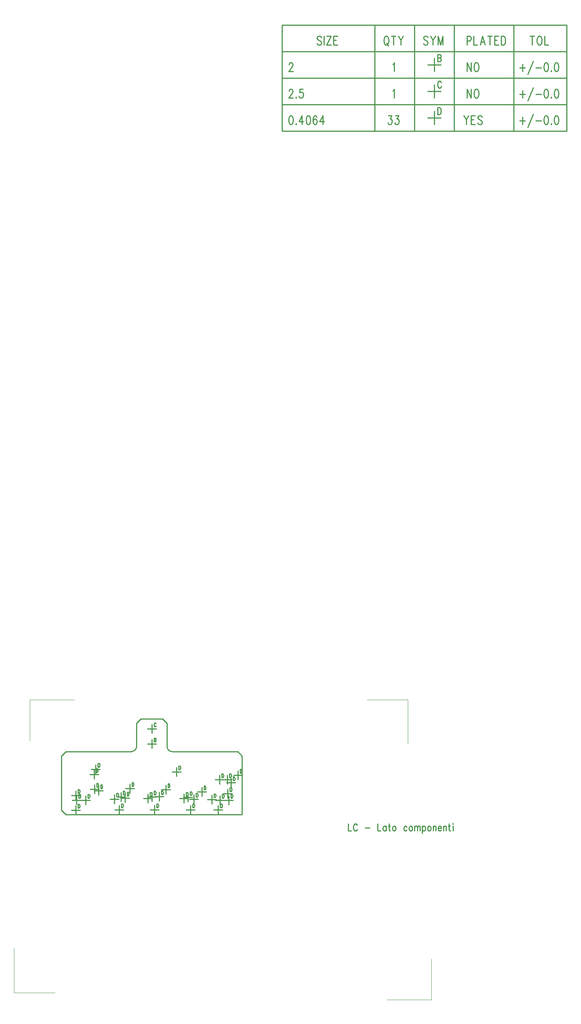
<source format=gbr>
*
*
G04 PADS VX.0 Build Number: 635560 generated Gerber (RS-274-X) file*
G04 PC Version=2.1*
*
%IN "FTC_001.pcb"*%
*
%MOIN*%
*
%FSLAX35Y35*%
*
*
*
*
G04 PC Standard Apertures*
*
*
G04 Thermal Relief Aperture macro.*
%AMTER*
1,1,$1,0,0*
1,0,$1-$2,0,0*
21,0,$3,$4,0,0,45*
21,0,$3,$4,0,0,135*
%
*
*
G04 Annular Aperture macro.*
%AMANN*
1,1,$1,0,0*
1,0,$2,0,0*
%
*
*
G04 Odd Aperture macro.*
%AMODD*
1,1,$1,0,0*
1,0,$1-0.005,0,0*
%
*
*
G04 PC Custom Aperture Macros*
*
*
*
*
*
*
G04 PC Aperture Table*
*
%ADD010C,0.01*%
%ADD040C,0.001*%
*
*
*
*
G04 PC Circuitry*
G04 Layer Name FTC_001.pcb - circuitry*
%LPD*%
*
*
G04 PC Custom Flashes*
G04 Layer Name FTC_001.pcb - flashes*
%LPD*%
*
*
G04 PC Circuitry*
G04 Layer Name FTC_001.pcb - circuitry*
%LPD*%
*
G54D10*
G01X571654Y356956D02*
Y350394D01*
X574381*
X579835Y355394D02*
X579608Y356019D01*
X579154Y356644*
X578699Y356956*
X577790*
X577335Y356644*
X576881Y356019*
X576654Y355394*
X576426Y354456*
Y352894*
X576654Y351956*
X576881Y351331*
X577335Y350706*
X577790Y350394*
X578699*
X579154Y350706*
X579608Y351331*
X579835Y351956*
X587108Y353206D02*
X591199D01*
X598472Y356956D02*
Y350394D01*
X601199*
X605972Y354769D02*
Y350394D01*
Y353831D02*
X605517Y354456D01*
X605063Y354769*
X604381*
X603926Y354456*
X603472Y353831*
X603244Y352894*
Y352269*
X603472Y351331*
X603926Y350706*
X604381Y350394*
X605063*
X605517Y350706*
X605972Y351331*
X608699Y356956D02*
Y351644D01*
X608926Y350706*
X609381Y350394*
X609835*
X608017Y354769D02*
X609608D01*
X613017D02*
X612563Y354456D01*
X612108Y353831*
X611881Y352894*
Y352269*
X612108Y351331*
X612563Y350706*
X613017Y350394*
X613699*
X614154Y350706*
X614608Y351331*
X614835Y352269*
Y352894*
X614608Y353831*
X614154Y354456*
X613699Y354769*
X613017*
X624835Y353831D02*
X624381Y354456D01*
X623926Y354769*
X623244*
X622790Y354456*
X622335Y353831*
X622108Y352894*
Y352269*
X622335Y351331*
X622790Y350706*
X623244Y350394*
X623926*
X624381Y350706*
X624835Y351331*
X628017Y354769D02*
X627563Y354456D01*
X627108Y353831*
X626881Y352894*
Y352269*
X627108Y351331*
X627563Y350706*
X628017Y350394*
X628699*
X629154Y350706*
X629608Y351331*
X629835Y352269*
Y352894*
X629608Y353831*
X629154Y354456*
X628699Y354769*
X628017*
X631881D02*
Y350394D01*
Y353519D02*
X632563Y354456D01*
X633017Y354769*
X633699*
X634154Y354456*
X634381Y353519*
Y350394*
Y353519D02*
X635063Y354456D01*
X635517Y354769*
X636199*
X636654Y354456*
X636881Y353519*
Y350394*
X638926Y354769D02*
Y348206D01*
Y353831D02*
X639381Y354456D01*
X639835Y354769*
X640517*
X640972Y354456*
X641426Y353831*
X641654Y352894*
Y352269*
X641426Y351331*
X640972Y350706*
X640517Y350394*
X639835*
X639381Y350706*
X638926Y351331*
X644835Y354769D02*
X644381Y354456D01*
X643926Y353831*
X643699Y352894*
Y352269*
X643926Y351331*
X644381Y350706*
X644835Y350394*
X645517*
X645972Y350706*
X646426Y351331*
X646654Y352269*
Y352894*
X646426Y353831*
X645972Y354456*
X645517Y354769*
X644835*
X648699D02*
Y350394D01*
Y353519D02*
X649381Y354456D01*
X649835Y354769*
X650517*
X650972Y354456*
X651199Y353519*
Y350394*
X653244Y352894D02*
X655972D01*
Y353519*
X655744Y354144*
X655517Y354456*
X655063Y354769*
X654381*
X653926Y354456*
X653472Y353831*
X653244Y352894*
Y352269*
X653472Y351331*
X653926Y350706*
X654381Y350394*
X655063*
X655517Y350706*
X655972Y351331*
X658017Y354769D02*
Y350394D01*
Y353519D02*
X658699Y354456D01*
X659154Y354769*
X659835*
X660290Y354456*
X660517Y353519*
Y350394*
X663244Y356956D02*
Y351644D01*
X663472Y350706*
X663926Y350394*
X664381*
X662563Y354769D02*
X664154D01*
X666426Y356956D02*
X666654Y356644D01*
X666881Y356956*
X666654Y357269*
X666426Y356956*
X666654Y354769D02*
Y350394D01*
X389701Y429134D02*
X397701D01*
X393701Y425134D02*
Y433134D01*
X395701Y434415D02*
Y431134D01*
Y434415D02*
X396724D01*
X397064Y434259*
X397178Y434103*
X397292Y433790*
Y433478*
X397178Y433165*
X397064Y433009*
X396724Y432853*
X395701D02*
X396724D01*
X397064Y432696*
X397178Y432540*
X397292Y432228*
Y431759*
X397178Y431446*
X397064Y431290*
X396724Y431134*
X395701*
X389701Y442913D02*
X397701D01*
X393701Y438913D02*
Y446913D01*
X397405Y447413D02*
X397292Y447726D01*
X397064Y448038*
X396837Y448195*
X396383*
X396155Y448038*
X395928Y447726*
X395814Y447413*
X395701Y446945*
Y446163*
X395814Y445695*
X395928Y445382*
X396155Y445070*
X396383Y444913*
X396837*
X397064Y445070*
X397292Y445382*
X397405Y445695*
X320803Y369291D02*
X328803D01*
X324803Y365291D02*
Y373291D01*
X326803Y374573D02*
Y371291D01*
Y374573D02*
X327599D01*
X327940Y374416*
X328167Y374104*
X328280Y373791*
X328394Y373323*
Y372541*
X328280Y372073*
X328167Y371760*
X327940Y371448*
X327599Y371291*
X326803*
X360173Y369685D02*
X368173D01*
X364173Y365685D02*
Y373685D01*
X366173Y374966D02*
Y371685D01*
Y374966D02*
X366969D01*
X367310Y374810*
X367537Y374498*
X367651Y374185*
X367651D02*
X367764Y373716D01*
Y372935*
X367651Y372466*
X367651D02*
X367537Y372154D01*
X367310Y371841*
X366969Y371685*
X366173*
X392063Y369685D02*
X400063D01*
X396063Y365685D02*
Y373685D01*
X398063Y374966D02*
Y371685D01*
Y374966D02*
X398858D01*
X399199Y374810*
X399427Y374498*
X399540Y374185*
X399654Y373716*
Y372935*
X399540Y372466*
X399427Y372154*
X399199Y371841*
X398858Y371685*
X398063*
X424740Y369685D02*
X432740D01*
X428740Y365685D02*
Y373685D01*
X430740Y374966D02*
Y371685D01*
Y374966D02*
X431536D01*
X431877Y374810*
X432104Y374498*
X432217Y374185*
X432331Y373716*
Y372935*
X432217Y372466*
X432104Y372154*
X431877Y371841*
X431536Y371685*
X430740*
X449937Y369685D02*
X457937D01*
X453937Y365685D02*
Y373685D01*
X455937Y374966D02*
Y371685D01*
Y374966D02*
X456732D01*
X457073Y374810*
X457301Y374498*
X457414Y374185*
X457528Y373716*
Y372935*
X457414Y372466*
X457301Y372154*
X457073Y371841*
X456732Y371685*
X455937*
X329858Y378346D02*
X337858D01*
X333858Y374346D02*
Y382346D01*
X335858Y383628D02*
Y380346D01*
Y383628D02*
X336654D01*
X336995Y383471*
X337222Y383159*
X337336Y382846*
X337449Y382378*
Y381596*
X337336Y381128*
X337222Y380815*
X336995Y380503*
X336654Y380346*
X335858*
X320803Y382677D02*
X328803D01*
X324803Y378677D02*
Y386677D01*
X326803Y387958D02*
Y384677D01*
Y387958D02*
X327599D01*
X327940Y387802*
X328167Y387490*
X328280Y387177*
X328394Y386708*
Y385927*
X328280Y385458*
X328167Y385146*
X327940Y384833*
X327599Y384677*
X326803*
X321591Y378346D02*
X329591D01*
X325591Y374346D02*
Y382346D01*
X327591Y383628D02*
Y380346D01*
Y383628D02*
X328386D01*
X328727Y383471*
X328954Y383159*
X329068Y382846*
X329181Y382378*
Y381596*
X329068Y381128*
X328954Y380815*
X328727Y380503*
X328386Y380346*
X327591*
X341276Y387008D02*
X349276D01*
X345276Y383008D02*
Y391008D01*
X347276Y392289D02*
Y389008D01*
Y392289D02*
X348071D01*
X348412Y392133*
X348639Y391820*
X348753Y391508*
X348866Y391039*
X348866D02*
Y390258D01*
X348866D02*
X348753Y389789D01*
X348639Y389477*
X348412Y389164*
X348071Y389008*
X347276*
X337732Y388189D02*
X345732D01*
X341732Y384189D02*
Y392189D01*
X343732Y393470D02*
Y390189D01*
Y393470D02*
X344528D01*
X344869Y393314*
X345096Y393001*
X345210Y392689*
X345323Y392220*
Y391439*
X345210Y390970*
X345096Y390658*
X344869Y390345*
X344528Y390189*
X343732*
X365291Y380315D02*
X373291D01*
X369291Y376315D02*
Y384315D01*
X371291Y385596D02*
Y382315D01*
Y385596D02*
X372087D01*
X372428Y385440*
X372655Y385127*
X372769Y384815*
X372882Y384346*
Y383565*
X372769Y383096*
X372655Y382784*
X372428Y382471*
X372087Y382315*
X371291*
X355843Y379134D02*
X363843D01*
X359843Y375134D02*
Y383134D01*
X361843Y384415D02*
Y381134D01*
Y384415D02*
X362638D01*
X362979Y384259*
X363206Y383946*
X363320Y383634*
X363433Y383165*
Y382384*
X363320Y381915*
X363206Y381603*
X362979Y381290*
X362638Y381134*
X361843*
X361748Y381102D02*
X369748D01*
X365748Y377102D02*
Y385102D01*
X367748Y386384D02*
Y383102D01*
Y386384D02*
X368543D01*
X368884Y386227*
X369112Y385915*
X369225Y385602*
X369339Y385134*
Y384352*
X369225Y383884*
X369112Y383571*
X368884Y383259*
X368543Y383102*
X367748*
X369622Y388976D02*
X377622D01*
X373622Y384976D02*
Y392976D01*
X375622Y394258D02*
Y390976D01*
Y394258D02*
X376418D01*
X376418D02*
X376758Y394101D01*
X376986Y393789*
X377099Y393476*
X377213Y393008*
Y392226*
X377099Y391758*
X376986Y391445*
X376758Y391133*
X376418Y390976*
X376418D02*
X375622D01*
X389701Y381102D02*
X397701D01*
X393701Y377102D02*
Y385102D01*
X395701Y386384D02*
Y383102D01*
Y386384D02*
X396496D01*
X396837Y386227*
X397064Y385915*
X397178Y385602*
X397292Y385134*
Y384352*
X397178Y383884*
X397064Y383571*
X396837Y383259*
X396496Y383102*
X395701*
X386157Y379921D02*
X394157D01*
X390157Y375921D02*
Y383921D01*
X392157Y385203D02*
Y381921D01*
Y385203D02*
X392953D01*
X393294Y385046*
X393521Y384734*
X393635Y384421*
X393748Y383953*
Y383171*
X393635Y382703*
X393521Y382390*
X393294Y382078*
X392953Y381921*
X392157*
X396394Y381496D02*
X404394D01*
X400394Y377496D02*
Y385496D01*
X402394Y386777D02*
Y383496D01*
Y386777D02*
X403189D01*
X403530Y386621*
X403757Y386309*
X403871Y385996*
X403985Y385527*
Y384746*
X403871Y384277*
X403757Y383965*
X403530Y383652*
X403189Y383496*
X402394*
X402299Y387795D02*
X410299D01*
X406299Y383795D02*
Y391795D01*
X408299Y393077D02*
Y389795D01*
Y393077D02*
X409095D01*
X409436Y392920*
X409663Y392608*
X409776Y392295*
X409890Y391827*
Y391045*
X409776Y390577*
X409663Y390264*
X409436Y389952*
X409095Y389795*
X408299*
X422378Y380709D02*
X430378D01*
X426378Y376709D02*
Y384709D01*
X428378Y385990D02*
Y382709D01*
Y385990D02*
X429173D01*
X429514Y385834*
X429742Y385521*
X429855Y385209*
X429969Y384740*
Y383959*
X429855Y383490*
X429742Y383177*
X429514Y382865*
X429173Y382709*
X428378*
X418835Y379921D02*
X426835D01*
X422835Y375921D02*
Y383921D01*
X424835Y385203D02*
Y381921D01*
Y385203D02*
X425630D01*
X425971Y385046*
X426198Y384734*
X426312Y384421*
X426426Y383953*
Y383171*
X426312Y382703*
X426198Y382390*
X425971Y382078*
X425630Y381921*
X424835*
X427890Y379134D02*
X435890D01*
X431890Y375134D02*
Y383134D01*
X433890Y384415D02*
Y381134D01*
Y384415D02*
X434685D01*
X435026Y384259*
X435253Y383946*
X435367Y383634*
X435481Y383165*
Y382384*
X435367Y381915*
X435253Y381603*
X435026Y381290*
X434685Y381134*
X433890*
X444031Y378740D02*
X452031D01*
X448031Y374740D02*
Y382740D01*
X450031Y384021D02*
Y380740D01*
Y384021D02*
X450827D01*
X451168Y383865*
X451395Y383553*
X451509Y383240*
X451622Y382771*
Y381990*
X451509Y381521*
X451395Y381209*
X451168Y380896*
X450827Y380740*
X450031*
X451512Y378346D02*
X459512D01*
X455512Y374346D02*
Y382346D01*
X457512Y383628D02*
Y380346D01*
Y383628D02*
X458307D01*
X458648Y383471*
X458875Y383159*
X458989Y382846*
X459103Y382378*
Y381596*
X458989Y381128*
X458875Y380815*
X458648Y380503*
X458307Y380346*
X457512*
X451118Y396850D02*
X459118D01*
X455118Y392850D02*
Y400850D01*
X457118Y402132D02*
Y398850D01*
Y402132D02*
X457914D01*
X458254Y401975*
X458482Y401663*
X458595Y401350*
X458709Y400882*
Y400100*
X458595Y399632*
X458482Y399319*
X458254Y399007*
X457914Y398850*
X457118*
X434976Y385827D02*
X442976D01*
X438976Y381827D02*
Y389827D01*
X440976Y391108D02*
Y387827D01*
Y391108D02*
X441772D01*
X442113Y390952*
X442340Y390639*
X442454Y390327*
X442567Y389858*
Y389077*
X442454Y388608*
X442340Y388296*
X442113Y387983*
X441772Y387827*
X440976*
X458598Y384252D02*
X466598D01*
X462598Y380252D02*
Y388252D01*
X464598Y389533D02*
Y386252D01*
Y389533D02*
X465394D01*
X465735Y389377*
X465962Y389064*
X466076Y388752*
X466189Y388283*
Y387502*
X466076Y387033*
X465962Y386721*
X465735Y386408*
X465394Y386252*
X464598*
X459386Y378346D02*
X467386D01*
X463386Y374346D02*
Y382346D01*
X465386Y383628D02*
Y380346D01*
Y383628D02*
X466181D01*
X466522Y383471*
X466749Y383159*
X466863Y382846*
X466977Y382378*
Y381596*
X466863Y381128*
X466749Y380815*
X466522Y380503*
X466181Y380346*
X465386*
X458205Y396850D02*
X466205D01*
X462205Y392850D02*
Y400850D01*
X464205Y402132D02*
Y398850D01*
Y402132D02*
X465000D01*
X465341Y401975*
X465568Y401663*
X465682Y401350*
X465796Y400882*
Y400100*
X465682Y399632*
X465568Y399319*
X465341Y399007*
X465000Y398850*
X464205*
X461354Y394094D02*
X469354D01*
X465354Y390094D02*
Y398094D01*
X467354Y399376D02*
Y396094D01*
Y399376D02*
X468150D01*
X468491Y399219*
X468718Y398907*
X468832Y398594*
X468945Y398126*
Y397344*
X468832Y396876*
X468718Y396563*
X468491Y396251*
X468150Y396094*
X467354*
X338913Y406299D02*
X346913D01*
X342913Y402299D02*
Y410299D01*
X344913Y411580D02*
Y408299D01*
Y411580D02*
X345709D01*
X346050Y411424*
X346277Y411112*
X346391Y410799*
X346504Y410330*
Y409549*
X346391Y409080*
X346277Y408768*
X346050Y408455*
X345709Y408299*
X344913*
X337339Y401575D02*
X345339D01*
X341339Y397575D02*
Y405575D01*
X343339Y406856D02*
Y403575D01*
Y406856D02*
X344134D01*
X344475Y406700*
X344702Y406387*
X344816Y406075*
X344929Y405606*
Y404825*
X344816Y404356*
X344702Y404044*
X344475Y403731*
X344134Y403575*
X343339*
X412142Y403937D02*
X420142D01*
X416142Y399937D02*
Y407937D01*
X418142Y409218D02*
Y405937D01*
Y409218D02*
X418937D01*
X419278Y409062*
X419505Y408750*
X419619Y408437*
X419733Y407968*
Y407187*
X419619Y406718*
X419505Y406406*
X419278Y406093*
X418937Y405937*
X418142*
X467654Y400787D02*
X475654D01*
X471654Y396787D02*
Y404787D01*
X473654Y406069D02*
Y402787D01*
Y406069D02*
X474449D01*
X474790Y405912*
X475017Y405600*
X475131Y405287*
X475244Y404819*
Y404037*
X475131Y403569*
X475017Y403256*
X474790Y402944*
X474449Y402787*
X473654*
X315748Y365157D02*
X475591D01*
Y418307*
X471654Y422244*
X412205*
X407480Y426969D02*
G75*
G03X412205Y422244I4725J-0D01*
G01X407480Y426969D02*
Y447835D01*
X403543Y451772*
X383858*
X379921Y447835*
Y426969*
X375197Y422244D02*
G03X379921Y426969I-0J4725D01*
G01X375197Y422244D02*
X315748D01*
X311811Y418307*
Y369094*
X315748Y365157*
X511811Y1080252D02*
X769811D01*
X511811Y1056252D02*
X769811D01*
X511811Y1032252D02*
X769811D01*
X511811Y1008252D02*
X769811D01*
X511811Y984252D02*
X769811D01*
X511811Y1080252D02*
Y984252D01*
X595811Y1080252D02*
Y984252D01*
X631811Y1080252D02*
Y984252D01*
X667811Y1080252D02*
Y984252D01*
X721811Y1080252D02*
Y984252D01*
X769811Y1080252D02*
Y984252D01*
X547311Y1069002D02*
X546766Y1069752D01*
X545947Y1070127*
X544856*
X544038Y1069752*
X543493Y1069002*
Y1068252*
X543766Y1067502*
X544038Y1067127*
X544584Y1066752*
X546220Y1066002*
X546766Y1065627*
X547038Y1065252*
X547311Y1064502*
Y1063377*
X546766Y1062627*
X545947Y1062252*
X544856*
X544038Y1062627*
X543493Y1063377*
X549766Y1070127D02*
Y1062252D01*
X556038Y1070127D02*
X552220Y1062252D01*
Y1070127D02*
X556038D01*
X552220Y1062252D02*
X556038D01*
X558493Y1070127D02*
Y1062252D01*
Y1070127D02*
X562038D01*
X558493Y1066377D02*
X560675D01*
X558493Y1062252D02*
X562038D01*
X605675Y1070127D02*
X605129Y1069752D01*
X604584Y1069002*
X604311Y1068252*
X604038Y1067127*
Y1065252*
X604311Y1064127*
X604584Y1063377*
X605129Y1062627*
X605675Y1062252*
X606766*
X607311Y1062627*
X607856Y1063377*
X608129Y1064127*
X608402Y1065252*
Y1067127*
X608129Y1068252*
X607856Y1069002*
X607311Y1069752*
X606766Y1070127*
X605675*
X606493Y1063752D02*
X608129Y1061502D01*
X612766Y1070127D02*
Y1062252D01*
X610856Y1070127D02*
X614675D01*
X617129D02*
X619311Y1066377D01*
Y1062252*
X621493Y1070127D02*
X619311Y1066377D01*
X643856Y1069002D02*
X643311Y1069752D01*
X642493Y1070127*
X641402*
X640584Y1069752*
X640038Y1069002*
Y1068252*
X640311Y1067502*
X640584Y1067127*
X641129Y1066752*
X642766Y1066002*
X643311Y1065627*
X643584Y1065252*
X643856Y1064502*
Y1063377*
X643311Y1062627*
X642493Y1062252*
X641402*
X640584Y1062627*
X640038Y1063377*
X646311Y1070127D02*
X648493Y1066377D01*
Y1062252*
X650675Y1070127D02*
X648493Y1066377D01*
X653129Y1070127D02*
Y1062252D01*
Y1070127D02*
X655311Y1062252D01*
X657493Y1070127D02*
X655311Y1062252D01*
X657493Y1070127D02*
Y1062252D01*
X679311Y1070127D02*
Y1062252D01*
Y1070127D02*
X681766D01*
X682584Y1069752*
X682856Y1069377*
X683129Y1068627*
Y1067502*
X682856Y1066752*
X682584Y1066377*
X681766Y1066002*
X679311*
X685584Y1070127D02*
Y1062252D01*
X688856*
X693493Y1070127D02*
X691311Y1062252D01*
X693493Y1070127D02*
X695675Y1062252D01*
X692129Y1064877D02*
X694856D01*
X700038Y1070127D02*
Y1062252D01*
X698129Y1070127D02*
X701947D01*
X704402D02*
Y1062252D01*
Y1070127D02*
X707947D01*
X704402Y1066377D02*
X706584D01*
X704402Y1062252D02*
X707947D01*
X710402Y1070127D02*
Y1062252D01*
Y1070127D02*
X712311D01*
X713129Y1069752*
X713675Y1069002*
X713947Y1068252*
X714220Y1067127*
Y1065252*
X713947Y1064127*
X713675Y1063377*
X713129Y1062627*
X712311Y1062252*
X710402*
X738493Y1070127D02*
Y1062252D01*
X736584Y1070127D02*
X740402D01*
X744493D02*
X743947Y1069752D01*
X743402Y1069002*
X743129Y1068252*
X742856Y1067127*
Y1065252*
X743129Y1064127*
X743402Y1063377*
X743947Y1062627*
X744493Y1062252*
X745584*
X746129Y1062627*
X746675Y1063377*
X746947Y1064127*
X747220Y1065252*
Y1067127*
X746947Y1068252*
X746675Y1069002*
X746129Y1069752*
X745584Y1070127*
X744493*
X749675D02*
Y1062252D01*
X752947*
X518084Y1044252D02*
Y1044627D01*
X518356Y1045377*
X518629Y1045752*
X519175Y1046127*
X520266*
X520811Y1045752*
X521084Y1045377*
X521356Y1044627*
Y1043877*
X521084Y1043127*
X520538Y1042002*
X517811Y1038252*
X521629*
X612084Y1044627D02*
X612629Y1045002D01*
X613447Y1046127*
Y1038252*
X643811Y1044252D02*
X655811D01*
X649811Y1038252D02*
Y1050252D01*
X652811Y1053552D02*
Y1047252D01*
Y1053552D02*
X654775D01*
X655429Y1053252*
X655647Y1052952*
X655866Y1052352*
Y1051752*
X655647Y1051152*
X655429Y1050852*
X654775Y1050552*
X652811D02*
X654775D01*
X655429Y1050252*
X655647Y1049952*
X655866Y1049352*
Y1048452*
X655647Y1047852*
X655429Y1047552*
X654775Y1047252*
X652811*
X679447Y1046127D02*
Y1038252D01*
Y1046127D02*
X683266Y1038252D01*
Y1046127D02*
Y1038252D01*
X687356Y1046127D02*
X686811Y1045752D01*
X686266Y1045002*
X685993Y1044252*
X685720Y1043127*
Y1041252*
X685993Y1040127*
X686266Y1039377*
X686811Y1038627*
X687356Y1038252*
X688447*
X688993Y1038627*
X689538Y1039377*
X689811Y1040127*
X690084Y1041252*
Y1043127*
X689811Y1044252*
X689538Y1045002*
X688993Y1045752*
X688447Y1046127*
X687356*
X729629Y1045002D02*
Y1038252D01*
X727175Y1041627D02*
X732084D01*
X739447Y1047627D02*
X734538Y1035627D01*
X741902Y1041627D02*
X746811D01*
X750902Y1046127D02*
X750084Y1045752D01*
X749538Y1044627*
X749266Y1042752*
Y1041627*
X749538Y1039752*
X750084Y1038627*
X750902Y1038252*
X751447*
X752266Y1038627*
X752811Y1039752*
X753084Y1041627*
Y1042752*
X752811Y1044627*
X752266Y1045752*
X751447Y1046127*
X750902*
X755811Y1039002D02*
X755538Y1038627D01*
X755811Y1038252*
X756084Y1038627*
X755811Y1039002*
X760175Y1046127D02*
X759356Y1045752D01*
X758811Y1044627*
X758538Y1042752*
Y1041627*
X758811Y1039752*
X759356Y1038627*
X760175Y1038252*
X760720*
X761538Y1038627*
X762084Y1039752*
X762356Y1041627*
Y1042752*
X762084Y1044627*
X761538Y1045752*
X760720Y1046127*
X760175*
X518084Y1020252D02*
Y1020627D01*
X518356Y1021377*
X518629Y1021752*
X519175Y1022127*
X520266*
X520811Y1021752*
X521084Y1021377*
X521356Y1020627*
Y1019877*
X521084Y1019127*
X520538Y1018002*
X517811Y1014252*
X521629*
X524356Y1015002D02*
X524084Y1014627D01*
X524356Y1014252*
X524629Y1014627*
X524356Y1015002*
X530629Y1022127D02*
X527902D01*
X527629Y1018752*
X527902Y1019127*
X528720Y1019502*
X529538*
X530356Y1019127*
X530902Y1018377*
X531175Y1017252*
X530902Y1016502*
X530629Y1015377*
X530084Y1014627*
X529266Y1014252*
X528447*
X527629Y1014627*
X527356Y1015002*
X527084Y1015752*
X612084Y1020627D02*
X612629Y1021002D01*
X613447Y1022127*
Y1014252*
X643811Y1020252D02*
X655811D01*
X649811Y1014252D02*
Y1026252D01*
X656084Y1028052D02*
X655866Y1028652D01*
X655429Y1029252*
X654993Y1029552*
X654120*
X653684Y1029252*
X653247Y1028652*
X653029Y1028052*
X652811Y1027152*
Y1025652*
X653029Y1024752*
X653247Y1024152*
X653684Y1023552*
X654120Y1023252*
X654993*
X655429Y1023552*
X655866Y1024152*
X656084Y1024752*
X679447Y1022127D02*
Y1014252D01*
Y1022127D02*
X683266Y1014252D01*
Y1022127D02*
Y1014252D01*
X687356Y1022127D02*
X686811Y1021752D01*
X686266Y1021002*
X685993Y1020252*
X685720Y1019127*
Y1017252*
X685993Y1016127*
X686266Y1015377*
X686811Y1014627*
X687356Y1014252*
X688447*
X688993Y1014627*
X689538Y1015377*
X689811Y1016127*
X690084Y1017252*
Y1019127*
X689811Y1020252*
X689538Y1021002*
X688993Y1021752*
X688447Y1022127*
X687356*
X729629Y1021002D02*
Y1014252D01*
X727175Y1017627D02*
X732084D01*
X739447Y1023627D02*
X734538Y1011627D01*
X741902Y1017627D02*
X746811D01*
X750902Y1022127D02*
X750084Y1021752D01*
X749538Y1020627*
X749266Y1018752*
Y1017627*
X749538Y1015752*
X750084Y1014627*
X750902Y1014252*
X751447*
X752266Y1014627*
X752811Y1015752*
X753084Y1017627*
Y1018752*
X752811Y1020627*
X752266Y1021752*
X751447Y1022127*
X750902*
X755811Y1015002D02*
X755538Y1014627D01*
X755811Y1014252*
X756084Y1014627*
X755811Y1015002*
X760175Y1022127D02*
X759356Y1021752D01*
X758811Y1020627*
X758538Y1018752*
Y1017627*
X758811Y1015752*
X759356Y1014627*
X760175Y1014252*
X760720*
X761538Y1014627*
X762084Y1015752*
X762356Y1017627*
Y1018752*
X762084Y1020627*
X761538Y1021752*
X760720Y1022127*
X760175*
X519447Y998127D02*
X518629Y997752D01*
X518084Y996627*
X517811Y994752*
Y993627*
X518084Y991752*
X518629Y990627*
X519447Y990252*
X519993*
X520811Y990627*
X521356Y991752*
X521629Y993627*
Y994752*
X521356Y996627*
X520811Y997752*
X519993Y998127*
X519447*
X524356Y991002D02*
X524084Y990627D01*
X524356Y990252*
X524629Y990627*
X524356Y991002*
X529811Y998127D02*
X527084Y992877D01*
X531175*
X529811Y998127D02*
Y990252D01*
X535266Y998127D02*
X534447Y997752D01*
X533902Y996627*
X533629Y994752*
Y993627*
X533902Y991752*
X534447Y990627*
X535266Y990252*
X535811*
X536629Y990627*
X537175Y991752*
X537447Y993627*
Y994752*
X537175Y996627*
X536629Y997752*
X535811Y998127*
X535266*
X543175Y997002D02*
X542902Y997752D01*
X542084Y998127*
X541538*
X540720Y997752*
X540175Y996627*
X539902Y994752*
Y992877*
X540175Y991377*
X540720Y990627*
X541538Y990252*
X541811*
X542629Y990627*
X543175Y991377*
X543447Y992502*
Y992877*
X543175Y994002*
X542629Y994752*
X541811Y995127*
X541538*
X540720Y994752*
X540175Y994002*
X539902Y992877*
X548629Y998127D02*
X545902Y992877D01*
X549993*
X548629Y998127D02*
Y990252D01*
X608266Y998127D02*
X611266D01*
X609629Y995127*
X610447*
X610993Y994752*
X611266Y994377*
X611538Y993252*
Y992502*
X611266Y991377*
X610720Y990627*
X609902Y990252*
X609084*
X608266Y990627*
X607993Y991002*
X607720Y991752*
X614538Y998127D02*
X617538D01*
X615902Y995127*
X616720*
X617266Y994752*
X617538Y994377*
X617811Y993252*
Y992502*
X617538Y991377*
X616993Y990627*
X616175Y990252*
X615356*
X614538Y990627*
X614266Y991002*
X613993Y991752*
X643811Y996252D02*
X655811D01*
X649811Y990252D02*
Y1002252D01*
X652811Y1005552D02*
Y999252D01*
Y1005552D02*
X654338D01*
X654993Y1005252*
X655429Y1004652*
X655647Y1004052*
X655866Y1003152*
Y1001652*
X655647Y1000752*
X655429Y1000152*
X654993Y999552*
X654338Y999252*
X652811*
X676447Y998127D02*
X678629Y994377D01*
Y990252*
X680811Y998127D02*
X678629Y994377D01*
X683266Y998127D02*
Y990252D01*
Y998127D02*
X686811D01*
X683266Y994377D02*
X685447D01*
X683266Y990252D02*
X686811D01*
X693084Y997002D02*
X692538Y997752D01*
X691720Y998127*
X690629*
X689811Y997752*
X689266Y997002*
Y996252*
X689538Y995502*
X689811Y995127*
X690356Y994752*
X691993Y994002*
X692538Y993627*
X692811Y993252*
X693084Y992502*
Y991377*
X692538Y990627*
X691720Y990252*
X690629*
X689811Y990627*
X689266Y991377*
X729629Y997002D02*
Y990252D01*
X727175Y993627D02*
X732084D01*
X739447Y999627D02*
X734538Y987627D01*
X741902Y993627D02*
X746811D01*
X750902Y998127D02*
X750084Y997752D01*
X749538Y996627*
X749266Y994752*
Y993627*
X749538Y991752*
X750084Y990627*
X750902Y990252*
X751447*
X752266Y990627*
X752811Y991752*
X753084Y993627*
Y994752*
X752811Y996627*
X752266Y997752*
X751447Y998127*
X750902*
X755811Y991002D02*
X755538Y990627D01*
X755811Y990252*
X756084Y990627*
X755811Y991002*
X760175Y998127D02*
X759356Y997752D01*
X758811Y996627*
X758538Y994752*
Y993627*
X758811Y991752*
X759356Y990627*
X760175Y990252*
X760720*
X761538Y990627*
X762084Y991752*
X762356Y993627*
Y994752*
X762084Y996627*
X761538Y997752*
X760720Y998127*
X760175*
G54D40*
X606890Y197666D02*
X647047D01*
Y234673*
X625787Y429162D02*
Y469319D01*
X588780*
X268701Y244122D02*
Y203965D01*
X305709*
X323425Y469319D02*
X283268D01*
Y432311*
G74*
X0Y0D02*
M02*

</source>
